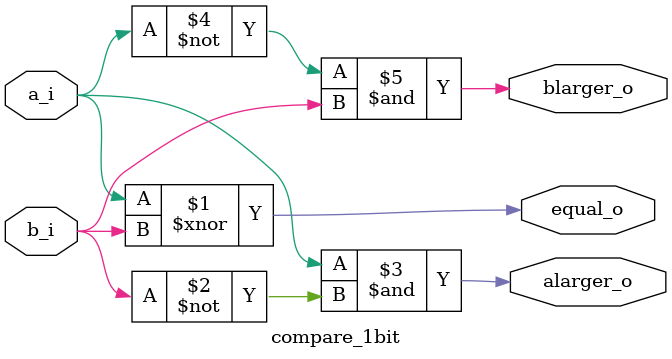
<source format=sv>
/* verilator lint_off MULTITOP */
module compare_1bit (
    //input
    input   logic   a_i,
    input   logic   b_i,
    //output
    output  logic   equal_o,
    output  logic   alarger_o,
    output  logic   blarger_o
);
    assign equal_o    = a_i~^b_i;
    assign alarger_o  = a_i&(~b_i);
    assign blarger_o  = (~a_i)&b_i;

endmodule: compare_1bit

</source>
